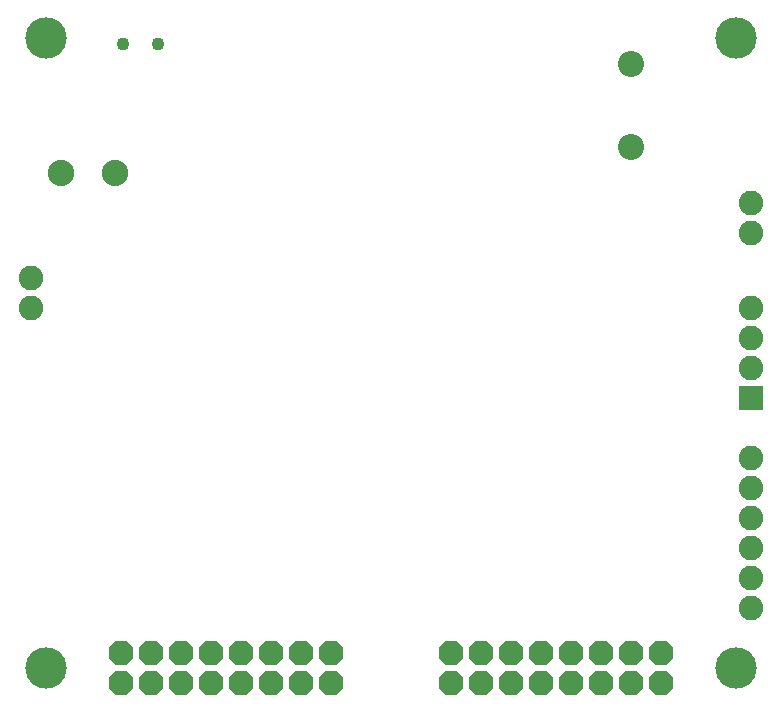
<source format=gbr>
G04 EAGLE Gerber RS-274X export*
G75*
%MOMM*%
%FSLAX34Y34*%
%LPD*%
%INSoldermask Bottom*%
%IPPOS*%
%AMOC8*
5,1,8,0,0,1.08239X$1,22.5*%
G01*
%ADD10C,2.235200*%
%ADD11C,2.203200*%
%ADD12C,2.082800*%
%ADD13C,3.505200*%
%ADD14P,2.254402X8X22.500000*%
%ADD15R,2.082800X2.082800*%
%ADD16C,1.103200*%


D10*
X38100Y444500D03*
X83820Y444500D03*
D11*
X520700Y536500D03*
X520700Y466500D03*
D12*
X622300Y393700D03*
X622300Y419100D03*
X622300Y203200D03*
X622300Y177800D03*
X622300Y152400D03*
X622300Y127000D03*
X622300Y101600D03*
X622300Y76200D03*
D13*
X25400Y25400D03*
X609600Y25400D03*
X25400Y558800D03*
X609600Y558800D03*
D14*
X88900Y12700D03*
X88900Y38100D03*
X114300Y12700D03*
X114300Y38100D03*
X139700Y12700D03*
X139700Y38100D03*
X165100Y12700D03*
X165100Y38100D03*
X190500Y12700D03*
X190500Y38100D03*
X215900Y12700D03*
X215900Y38100D03*
X241300Y12700D03*
X241300Y38100D03*
X266700Y12700D03*
X266700Y38100D03*
D15*
X622300Y254000D03*
D12*
X622300Y279400D03*
X622300Y304800D03*
X622300Y330200D03*
D14*
X368300Y12700D03*
X368300Y38100D03*
X393700Y12700D03*
X393700Y38100D03*
X419100Y12700D03*
X419100Y38100D03*
X444500Y12700D03*
X444500Y38100D03*
X469900Y12700D03*
X469900Y38100D03*
X495300Y12700D03*
X495300Y38100D03*
X520700Y12700D03*
X520700Y38100D03*
X546100Y12700D03*
X546100Y38100D03*
D16*
X90410Y553720D03*
X120410Y553720D03*
D12*
X12700Y330200D03*
X12700Y355600D03*
M02*

</source>
